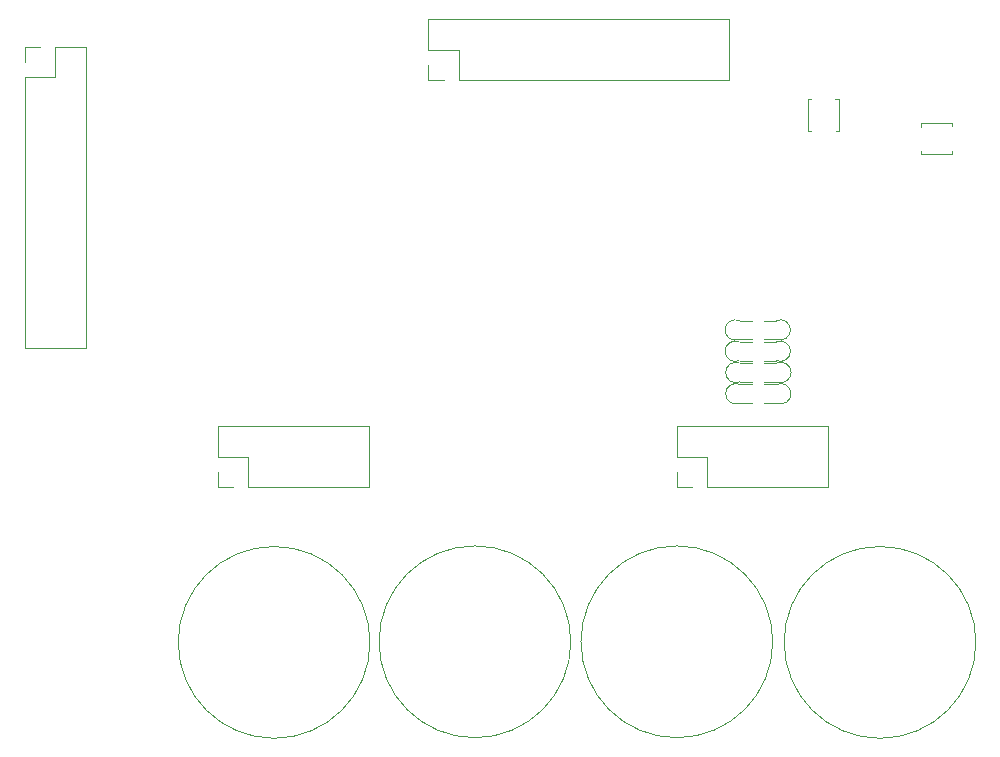
<source format=gbr>
%TF.GenerationSoftware,KiCad,Pcbnew,7.0.1*%
%TF.CreationDate,2024-06-21T04:11:25+03:00*%
%TF.ProjectId,_____ GDI,1f3b3042-3020-4474-9449-2e6b69636164,rev?*%
%TF.SameCoordinates,Original*%
%TF.FileFunction,Legend,Bot*%
%TF.FilePolarity,Positive*%
%FSLAX46Y46*%
G04 Gerber Fmt 4.6, Leading zero omitted, Abs format (unit mm)*
G04 Created by KiCad (PCBNEW 7.0.1) date 2024-06-21 04:11:25*
%MOMM*%
%LPD*%
G01*
G04 APERTURE LIST*
%ADD10C,0.120000*%
%ADD11C,0.099060*%
G04 APERTURE END LIST*
D10*
%TO.C,P2*%
X173470000Y-80270000D02*
X176130000Y-80270000D01*
X176130000Y-80564462D02*
X176130000Y-80270000D01*
X173470000Y-80575627D02*
X173470000Y-80270000D01*
X176130000Y-82624373D02*
X176130000Y-82930000D01*
X173470000Y-82635538D02*
X173470000Y-82930000D01*
X176130000Y-82930000D02*
X173470000Y-82930000D01*
D11*
%TO.C,R115*%
X158126001Y-100400000D02*
X159142001Y-100400000D01*
X159142001Y-98800000D02*
X158126001Y-98800000D01*
X160158001Y-100400000D02*
X161174001Y-100400000D01*
X161174001Y-98800000D02*
X160158001Y-98800000D01*
D10*
X158075001Y-98800001D02*
G75*
G03*
X158071001Y-100401637I-330000J-799999D01*
G01*
X161233603Y-100403494D02*
G75*
G03*
X161225001Y-98800000I321398J803494D01*
G01*
D11*
%TO.C,R114*%
X158126001Y-98600000D02*
X159142001Y-98600000D01*
X159142001Y-97000000D02*
X158126001Y-97000000D01*
X160158001Y-98600000D02*
X161174001Y-98600000D01*
X161174001Y-97000000D02*
X160158001Y-97000000D01*
D10*
X158075001Y-97000001D02*
G75*
G03*
X158071001Y-98601637I-330000J-799999D01*
G01*
X161233603Y-98603494D02*
G75*
G03*
X161225001Y-97000000I321398J803494D01*
G01*
%TO.C,P1*%
X166530000Y-78270000D02*
X166530000Y-80930000D01*
X166235538Y-80930000D02*
X166530000Y-80930000D01*
X166224373Y-78270000D02*
X166530000Y-78270000D01*
X164175627Y-80930000D02*
X163870000Y-80930000D01*
X164164462Y-78270000D02*
X163870000Y-78270000D01*
X163870000Y-80930000D02*
X163870000Y-78270000D01*
D11*
%TO.C,R113*%
X158176000Y-102200000D02*
X159192000Y-102200000D01*
X159192000Y-100600000D02*
X158176000Y-100600000D01*
X160208000Y-102200000D02*
X161224000Y-102200000D01*
X161224000Y-100600000D02*
X160208000Y-100600000D01*
D10*
X158125000Y-100600001D02*
G75*
G03*
X158121000Y-102201637I-330000J-799999D01*
G01*
X161283602Y-102203494D02*
G75*
G03*
X161275000Y-100600000I321398J803494D01*
G01*
D11*
%TO.C,R112*%
X158171000Y-104000000D02*
X159187000Y-104000000D01*
X159187000Y-102400000D02*
X158171000Y-102400000D01*
X160203000Y-104000000D02*
X161219000Y-104000000D01*
X161219000Y-102400000D02*
X160203000Y-102400000D01*
D10*
X158120000Y-102400001D02*
G75*
G03*
X158116000Y-104001637I-330000J-799999D01*
G01*
X161278602Y-104003494D02*
G75*
G03*
X161270000Y-102400000I321398J803494D01*
G01*
%TO.C,C97*%
X126820000Y-124250000D02*
G75*
G03*
X126820000Y-124250000I-8120000J0D01*
G01*
%TO.C,C88*%
X178120000Y-124250000D02*
G75*
G03*
X178120000Y-124250000I-8120000J0D01*
G01*
%TO.C,C81*%
X160920000Y-124200000D02*
G75*
G03*
X160920000Y-124200000I-8120000J0D01*
G01*
%TO.C,J2*%
X157250000Y-71470000D02*
X157250000Y-76670000D01*
X131730000Y-71470000D02*
X157250000Y-71470000D01*
X131730000Y-71470000D02*
X131730000Y-74070000D01*
X134330000Y-74070000D02*
X134330000Y-76670000D01*
X131730000Y-74070000D02*
X134330000Y-74070000D01*
X131730000Y-75340000D02*
X131730000Y-76670000D01*
X134330000Y-76670000D02*
X157250000Y-76670000D01*
X131730000Y-76670000D02*
X133060000Y-76670000D01*
%TO.C,J6*%
X126730000Y-105930000D02*
X126730000Y-111130000D01*
X113910000Y-105930000D02*
X126730000Y-105930000D01*
X113910000Y-105930000D02*
X113910000Y-108530000D01*
X116510000Y-108530000D02*
X116510000Y-111130000D01*
X113910000Y-108530000D02*
X116510000Y-108530000D01*
X113910000Y-109800000D02*
X113910000Y-111130000D01*
X116510000Y-111130000D02*
X126730000Y-111130000D01*
X113910000Y-111130000D02*
X115240000Y-111130000D01*
%TO.C,J1*%
X102770000Y-99330000D02*
X97570000Y-99330000D01*
X102770000Y-73810000D02*
X102770000Y-99330000D01*
X102770000Y-73810000D02*
X100170000Y-73810000D01*
X100170000Y-76410000D02*
X97570000Y-76410000D01*
X100170000Y-73810000D02*
X100170000Y-76410000D01*
X98900000Y-73810000D02*
X97570000Y-73810000D01*
X97570000Y-76410000D02*
X97570000Y-99330000D01*
X97570000Y-73810000D02*
X97570000Y-75140000D01*
%TO.C,J7*%
X165590000Y-105930000D02*
X165590000Y-111130000D01*
X152770000Y-105930000D02*
X165590000Y-105930000D01*
X152770000Y-105930000D02*
X152770000Y-108530000D01*
X155370000Y-108530000D02*
X155370000Y-111130000D01*
X152770000Y-108530000D02*
X155370000Y-108530000D01*
X152770000Y-109800000D02*
X152770000Y-111130000D01*
X155370000Y-111130000D02*
X165590000Y-111130000D01*
X152770000Y-111130000D02*
X154100000Y-111130000D01*
%TO.C,C95*%
X143820000Y-124200000D02*
G75*
G03*
X143820000Y-124200000I-8120000J0D01*
G01*
%TD*%
M02*

</source>
